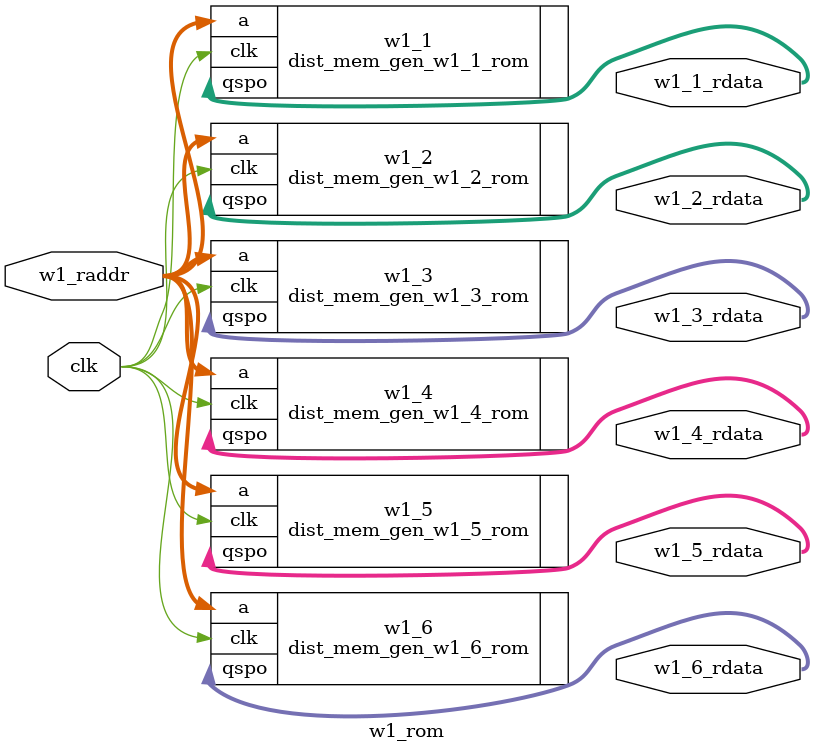
<source format=v>

module w1_rom(/*autoport*/
//output
			w1_1_rdata,
			w1_2_rdata,
			w1_3_rdata,
			w1_4_rdata,
			w1_5_rdata,
			w1_6_rdata,
//input
			w1_raddr,
			clk);
	output wire [7:0] w1_1_rdata;
	output wire [7:0] w1_2_rdata;
	output wire [7:0] w1_3_rdata;
	output wire [7:0] w1_4_rdata;
	output wire [7:0] w1_5_rdata;
	output wire [7:0] w1_6_rdata;
	input wire  [4:0] w1_raddr;

	input wire clk;

dist_mem_gen_w1_1_rom w1_1 (
  .a(w1_raddr),        // input wire [4 : 0] a
  .clk(clk),    // input wire clk
  .qspo(w1_1_rdata)  // output wire [7 : 0] qspo
);
dist_mem_gen_w1_2_rom w1_2 (
  .a(w1_raddr),        // input wire [4 : 0] a
  .clk(clk),    // input wire clk
  .qspo(w1_2_rdata)  // output wire [7 : 0] qspo
);
dist_mem_gen_w1_3_rom w1_3 (
  .a(w1_raddr),        // input wire [4 : 0] a
  .clk(clk),    // input wire clk
  .qspo(w1_3_rdata)  // output wire [7 : 0] qspo
);
dist_mem_gen_w1_4_rom w1_4 (
  .a(w1_raddr),        // input wire [4 : 0] a
  .clk(clk),    // input wire clk
  .qspo(w1_4_rdata)  // output wire [7 : 0] qspo
);
dist_mem_gen_w1_5_rom w1_5 (
  .a(w1_raddr),        // input wire [4 : 0] a
  .clk(clk),    // input wire clk
  .qspo(w1_5_rdata)  // output wire [7 : 0] qspo
);
dist_mem_gen_w1_6_rom w1_6 (
  .a(w1_raddr),        // input wire [4 : 0] a
  .clk(clk),    // input wire clk
  .qspo(w1_6_rdata)  // output wire [7 : 0] qspo
);

endmodule 
</source>
